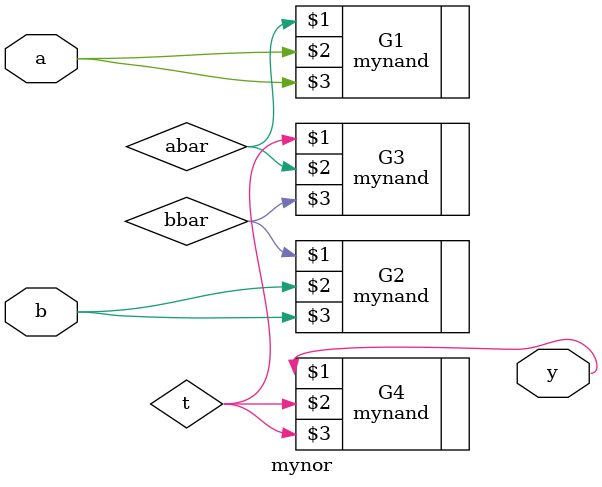
<source format=v>
module mynor (y,a,b);

input a,b;
output y;
wire y,abar,bbar,t;

mynand G1(abar,a,a);
mynand G2(bbar,b,b);
mynand G3(t,abar,bbar);
mynand G4(y,t,t);

endmodule
</source>
